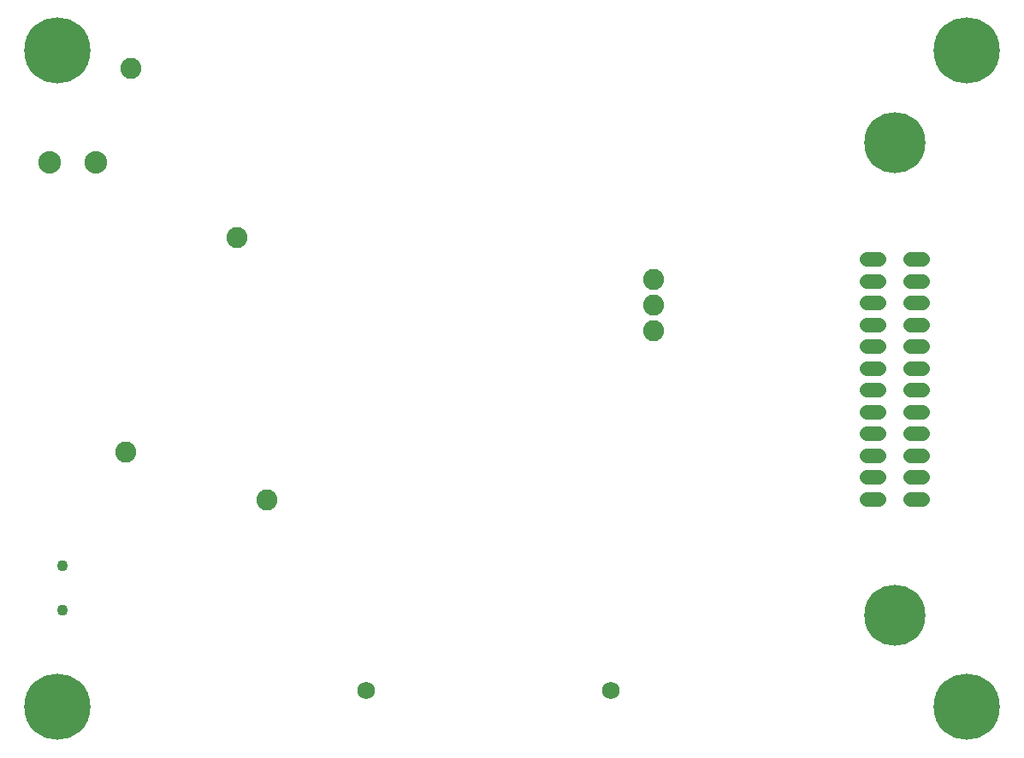
<source format=gbr>
G04 EAGLE Gerber RS-274X export*
G75*
%MOMM*%
%FSLAX34Y34*%
%LPD*%
%INSoldermask Bottom*%
%IPPOS*%
%AMOC8*
5,1,8,0,0,1.08239X$1,22.5*%
G01*
%ADD10C,1.753200*%
%ADD11C,2.235200*%
%ADD12C,1.422400*%
%ADD13C,6.045200*%
%ADD14C,6.553200*%
%ADD15C,1.103200*%
%ADD16C,2.082800*%


D10*
X598000Y66200D03*
X355400Y66200D03*
D11*
X42600Y589400D03*
X88320Y589400D03*
D12*
X850614Y493745D02*
X862806Y493745D01*
X862806Y472155D02*
X850614Y472155D01*
X850614Y450565D02*
X862806Y450565D01*
X862806Y428975D02*
X850614Y428975D01*
X850614Y407385D02*
X862806Y407385D01*
X862806Y385795D02*
X850614Y385795D01*
X850614Y364205D02*
X862806Y364205D01*
X862806Y342615D02*
X850614Y342615D01*
X850614Y321025D02*
X862806Y321025D01*
X862806Y299435D02*
X850614Y299435D01*
X850614Y277845D02*
X862806Y277845D01*
X862806Y256255D02*
X850614Y256255D01*
X893794Y493745D02*
X905986Y493745D01*
X905986Y472155D02*
X893794Y472155D01*
X893794Y450565D02*
X905986Y450565D01*
X905986Y428975D02*
X893794Y428975D01*
X893794Y407385D02*
X905986Y407385D01*
X905986Y385795D02*
X893794Y385795D01*
X893794Y364205D02*
X905986Y364205D01*
X905986Y342615D02*
X893794Y342615D01*
X893794Y321025D02*
X905986Y321025D01*
X905986Y299435D02*
X893794Y299435D01*
X893794Y277845D02*
X905986Y277845D01*
X905986Y256255D02*
X893794Y256255D01*
D13*
X878300Y608934D03*
X878300Y141066D03*
D14*
X50000Y50000D03*
X950000Y50000D03*
X950000Y700000D03*
X50000Y700000D03*
D15*
X55000Y189500D03*
X55000Y145500D03*
D16*
X227500Y515000D03*
X117500Y302500D03*
X257500Y255000D03*
X122500Y682500D03*
X640000Y422500D03*
X640000Y447900D03*
X640000Y473300D03*
M02*

</source>
